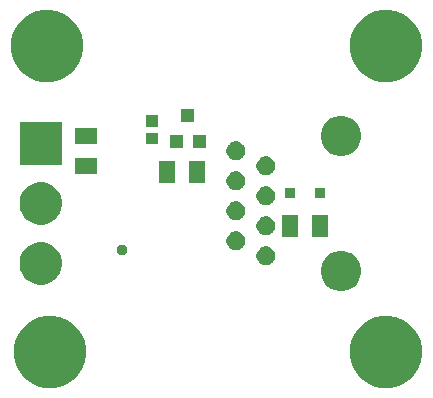
<source format=gbs>
G04 #@! TF.GenerationSoftware,KiCad,Pcbnew,(5.1.6)-1*
G04 #@! TF.CreationDate,2023-04-30T23:27:37+02:00*
G04 #@! TF.ProjectId,connecting-connector-1-wire,636f6e6e-6563-4746-996e-672d636f6e6e,rev?*
G04 #@! TF.SameCoordinates,Original*
G04 #@! TF.FileFunction,Soldermask,Bot*
G04 #@! TF.FilePolarity,Negative*
%FSLAX46Y46*%
G04 Gerber Fmt 4.6, Leading zero omitted, Abs format (unit mm)*
G04 Created by KiCad (PCBNEW (5.1.6)-1) date 2023-04-30 23:27:37*
%MOMM*%
%LPD*%
G01*
G04 APERTURE LIST*
%ADD10C,0.100000*%
G04 APERTURE END LIST*
D10*
G36*
X221869943Y-95364248D02*
G01*
X222425189Y-95594238D01*
X222425190Y-95594239D01*
X222924899Y-95928134D01*
X223349866Y-96353101D01*
X223349867Y-96353103D01*
X223683762Y-96852811D01*
X223913752Y-97408057D01*
X224031000Y-97997501D01*
X224031000Y-98598499D01*
X223913752Y-99187943D01*
X223683762Y-99743189D01*
X223683761Y-99743190D01*
X223349866Y-100242899D01*
X222924899Y-100667866D01*
X222673347Y-100835948D01*
X222425189Y-101001762D01*
X221869943Y-101231752D01*
X221280499Y-101349000D01*
X220679501Y-101349000D01*
X220090057Y-101231752D01*
X219534811Y-101001762D01*
X219286653Y-100835948D01*
X219035101Y-100667866D01*
X218610134Y-100242899D01*
X218276239Y-99743190D01*
X218276238Y-99743189D01*
X218046248Y-99187943D01*
X217929000Y-98598499D01*
X217929000Y-97997501D01*
X218046248Y-97408057D01*
X218276238Y-96852811D01*
X218610133Y-96353103D01*
X218610134Y-96353101D01*
X219035101Y-95928134D01*
X219534810Y-95594239D01*
X219534811Y-95594238D01*
X220090057Y-95364248D01*
X220679501Y-95247000D01*
X221280499Y-95247000D01*
X221869943Y-95364248D01*
G37*
G36*
X193421943Y-95364248D02*
G01*
X193977189Y-95594238D01*
X193977190Y-95594239D01*
X194476899Y-95928134D01*
X194901866Y-96353101D01*
X194901867Y-96353103D01*
X195235762Y-96852811D01*
X195465752Y-97408057D01*
X195583000Y-97997501D01*
X195583000Y-98598499D01*
X195465752Y-99187943D01*
X195235762Y-99743189D01*
X195235761Y-99743190D01*
X194901866Y-100242899D01*
X194476899Y-100667866D01*
X194225347Y-100835948D01*
X193977189Y-101001762D01*
X193421943Y-101231752D01*
X192832499Y-101349000D01*
X192231501Y-101349000D01*
X191642057Y-101231752D01*
X191086811Y-101001762D01*
X190838653Y-100835948D01*
X190587101Y-100667866D01*
X190162134Y-100242899D01*
X189828239Y-99743190D01*
X189828238Y-99743189D01*
X189598248Y-99187943D01*
X189481000Y-98598499D01*
X189481000Y-97997501D01*
X189598248Y-97408057D01*
X189828238Y-96852811D01*
X190162133Y-96353103D01*
X190162134Y-96353101D01*
X190587101Y-95928134D01*
X191086810Y-95594239D01*
X191086811Y-95594238D01*
X191642057Y-95364248D01*
X192231501Y-95247000D01*
X192832499Y-95247000D01*
X193421943Y-95364248D01*
G37*
G36*
X217666162Y-89805368D02*
G01*
X217975724Y-89933593D01*
X218003134Y-89951908D01*
X218254324Y-90119747D01*
X218491253Y-90356676D01*
X218521966Y-90402642D01*
X218677407Y-90635276D01*
X218805632Y-90944838D01*
X218871000Y-91273465D01*
X218871000Y-91608535D01*
X218805632Y-91937162D01*
X218677407Y-92246724D01*
X218677406Y-92246725D01*
X218491253Y-92525324D01*
X218254324Y-92762253D01*
X218068170Y-92886637D01*
X217975724Y-92948407D01*
X217666162Y-93076632D01*
X217337535Y-93142000D01*
X217002465Y-93142000D01*
X216673838Y-93076632D01*
X216364276Y-92948407D01*
X216271830Y-92886637D01*
X216085676Y-92762253D01*
X215848747Y-92525324D01*
X215662594Y-92246725D01*
X215662593Y-92246724D01*
X215534368Y-91937162D01*
X215469000Y-91608535D01*
X215469000Y-91273465D01*
X215534368Y-90944838D01*
X215662593Y-90635276D01*
X215818034Y-90402642D01*
X215848747Y-90356676D01*
X216085676Y-90119747D01*
X216336866Y-89951908D01*
X216364276Y-89933593D01*
X216673838Y-89805368D01*
X217002465Y-89740000D01*
X217337535Y-89740000D01*
X217666162Y-89805368D01*
G37*
G36*
X192295331Y-89073211D02*
G01*
X192623092Y-89208974D01*
X192918070Y-89406072D01*
X193168928Y-89656930D01*
X193366026Y-89951908D01*
X193501789Y-90279669D01*
X193571000Y-90627616D01*
X193571000Y-90982384D01*
X193501789Y-91330331D01*
X193366026Y-91658092D01*
X193168928Y-91953070D01*
X192918070Y-92203928D01*
X192623092Y-92401026D01*
X192295331Y-92536789D01*
X191947384Y-92606000D01*
X191592616Y-92606000D01*
X191244669Y-92536789D01*
X190916908Y-92401026D01*
X190621930Y-92203928D01*
X190371072Y-91953070D01*
X190173974Y-91658092D01*
X190038211Y-91330331D01*
X189969000Y-90982384D01*
X189969000Y-90627616D01*
X190038211Y-90279669D01*
X190173974Y-89951908D01*
X190371072Y-89656930D01*
X190621930Y-89406072D01*
X190916908Y-89208974D01*
X191244669Y-89073211D01*
X191592616Y-89004000D01*
X191947384Y-89004000D01*
X192295331Y-89073211D01*
G37*
G36*
X211053642Y-89398781D02*
G01*
X211173362Y-89448371D01*
X211199416Y-89459163D01*
X211330608Y-89546822D01*
X211442178Y-89658392D01*
X211496706Y-89740000D01*
X211529838Y-89789586D01*
X211590219Y-89935358D01*
X211621000Y-90090107D01*
X211621000Y-90247893D01*
X211590219Y-90402642D01*
X211529838Y-90548414D01*
X211529837Y-90548416D01*
X211442178Y-90679608D01*
X211330608Y-90791178D01*
X211199416Y-90878837D01*
X211199415Y-90878838D01*
X211199414Y-90878838D01*
X211053642Y-90939219D01*
X210898893Y-90970000D01*
X210741107Y-90970000D01*
X210586358Y-90939219D01*
X210440586Y-90878838D01*
X210440585Y-90878838D01*
X210440584Y-90878837D01*
X210309392Y-90791178D01*
X210197822Y-90679608D01*
X210110163Y-90548416D01*
X210110162Y-90548414D01*
X210049781Y-90402642D01*
X210019000Y-90247893D01*
X210019000Y-90090107D01*
X210049781Y-89935358D01*
X210110162Y-89789586D01*
X210143294Y-89740000D01*
X210197822Y-89658392D01*
X210309392Y-89546822D01*
X210440584Y-89459163D01*
X210466638Y-89448371D01*
X210586358Y-89398781D01*
X210741107Y-89368000D01*
X210898893Y-89368000D01*
X211053642Y-89398781D01*
G37*
G36*
X198759552Y-89228331D02*
G01*
X198841627Y-89262328D01*
X198841629Y-89262329D01*
X198878813Y-89287175D01*
X198915495Y-89311685D01*
X198978315Y-89374505D01*
X199027672Y-89448373D01*
X199061669Y-89530448D01*
X199079000Y-89617579D01*
X199079000Y-89706421D01*
X199061669Y-89793552D01*
X199027672Y-89875627D01*
X199027671Y-89875629D01*
X198978314Y-89949496D01*
X198915496Y-90012314D01*
X198841629Y-90061671D01*
X198841628Y-90061672D01*
X198841627Y-90061672D01*
X198759552Y-90095669D01*
X198672421Y-90113000D01*
X198583579Y-90113000D01*
X198496448Y-90095669D01*
X198414373Y-90061672D01*
X198414372Y-90061672D01*
X198414371Y-90061671D01*
X198340504Y-90012314D01*
X198277686Y-89949496D01*
X198228329Y-89875629D01*
X198228328Y-89875627D01*
X198194331Y-89793552D01*
X198177000Y-89706421D01*
X198177000Y-89617579D01*
X198194331Y-89530448D01*
X198228328Y-89448373D01*
X198277685Y-89374505D01*
X198340505Y-89311685D01*
X198377187Y-89287175D01*
X198414371Y-89262329D01*
X198414373Y-89262328D01*
X198496448Y-89228331D01*
X198583579Y-89211000D01*
X198672421Y-89211000D01*
X198759552Y-89228331D01*
G37*
G36*
X208513642Y-88128781D02*
G01*
X208659414Y-88189162D01*
X208659416Y-88189163D01*
X208790608Y-88276822D01*
X208902178Y-88388392D01*
X208909412Y-88399219D01*
X208989838Y-88519586D01*
X209050219Y-88665358D01*
X209081000Y-88820107D01*
X209081000Y-88977893D01*
X209050219Y-89132642D01*
X208989838Y-89278414D01*
X208989837Y-89278416D01*
X208902178Y-89409608D01*
X208790608Y-89521178D01*
X208659416Y-89608837D01*
X208659415Y-89608838D01*
X208659414Y-89608838D01*
X208513642Y-89669219D01*
X208358893Y-89700000D01*
X208201107Y-89700000D01*
X208046358Y-89669219D01*
X207900586Y-89608838D01*
X207900585Y-89608838D01*
X207900584Y-89608837D01*
X207769392Y-89521178D01*
X207657822Y-89409608D01*
X207570163Y-89278416D01*
X207570162Y-89278414D01*
X207509781Y-89132642D01*
X207479000Y-88977893D01*
X207479000Y-88820107D01*
X207509781Y-88665358D01*
X207570162Y-88519586D01*
X207650588Y-88399219D01*
X207657822Y-88388392D01*
X207769392Y-88276822D01*
X207900584Y-88189163D01*
X207900586Y-88189162D01*
X208046358Y-88128781D01*
X208201107Y-88098000D01*
X208358893Y-88098000D01*
X208513642Y-88128781D01*
G37*
G36*
X216093000Y-88581000D02*
G01*
X214691000Y-88581000D01*
X214691000Y-86679000D01*
X216093000Y-86679000D01*
X216093000Y-88581000D01*
G37*
G36*
X213553000Y-88581000D02*
G01*
X212151000Y-88581000D01*
X212151000Y-86679000D01*
X213553000Y-86679000D01*
X213553000Y-88581000D01*
G37*
G36*
X211053642Y-86858781D02*
G01*
X211199414Y-86919162D01*
X211199416Y-86919163D01*
X211330608Y-87006822D01*
X211442178Y-87118392D01*
X211449412Y-87129219D01*
X211529838Y-87249586D01*
X211590219Y-87395358D01*
X211621000Y-87550107D01*
X211621000Y-87707893D01*
X211590219Y-87862642D01*
X211529838Y-88008414D01*
X211529837Y-88008416D01*
X211442178Y-88139608D01*
X211330608Y-88251178D01*
X211199416Y-88338837D01*
X211199415Y-88338838D01*
X211199414Y-88338838D01*
X211053642Y-88399219D01*
X210898893Y-88430000D01*
X210741107Y-88430000D01*
X210586358Y-88399219D01*
X210440586Y-88338838D01*
X210440585Y-88338838D01*
X210440584Y-88338837D01*
X210309392Y-88251178D01*
X210197822Y-88139608D01*
X210110163Y-88008416D01*
X210110162Y-88008414D01*
X210049781Y-87862642D01*
X210019000Y-87707893D01*
X210019000Y-87550107D01*
X210049781Y-87395358D01*
X210110162Y-87249586D01*
X210190588Y-87129219D01*
X210197822Y-87118392D01*
X210309392Y-87006822D01*
X210440584Y-86919163D01*
X210440586Y-86919162D01*
X210586358Y-86858781D01*
X210741107Y-86828000D01*
X210898893Y-86828000D01*
X211053642Y-86858781D01*
G37*
G36*
X192295331Y-83993211D02*
G01*
X192623092Y-84128974D01*
X192918070Y-84326072D01*
X193168928Y-84576930D01*
X193366026Y-84871908D01*
X193501789Y-85199669D01*
X193571000Y-85547616D01*
X193571000Y-85902384D01*
X193501789Y-86250331D01*
X193366026Y-86578092D01*
X193168928Y-86873070D01*
X192918070Y-87123928D01*
X192623092Y-87321026D01*
X192295331Y-87456789D01*
X191947384Y-87526000D01*
X191592616Y-87526000D01*
X191244669Y-87456789D01*
X190916908Y-87321026D01*
X190621930Y-87123928D01*
X190371072Y-86873070D01*
X190173974Y-86578092D01*
X190038211Y-86250331D01*
X189969000Y-85902384D01*
X189969000Y-85547616D01*
X190038211Y-85199669D01*
X190173974Y-84871908D01*
X190371072Y-84576930D01*
X190621930Y-84326072D01*
X190916908Y-84128974D01*
X191244669Y-83993211D01*
X191592616Y-83924000D01*
X191947384Y-83924000D01*
X192295331Y-83993211D01*
G37*
G36*
X208513642Y-85588781D02*
G01*
X208659414Y-85649162D01*
X208659416Y-85649163D01*
X208790608Y-85736822D01*
X208902178Y-85848392D01*
X208989837Y-85979584D01*
X208989838Y-85979586D01*
X209050219Y-86125358D01*
X209081000Y-86280107D01*
X209081000Y-86437893D01*
X209050219Y-86592642D01*
X209014448Y-86679000D01*
X208989837Y-86738416D01*
X208902178Y-86869608D01*
X208790608Y-86981178D01*
X208659416Y-87068837D01*
X208659415Y-87068838D01*
X208659414Y-87068838D01*
X208513642Y-87129219D01*
X208358893Y-87160000D01*
X208201107Y-87160000D01*
X208046358Y-87129219D01*
X207900586Y-87068838D01*
X207900585Y-87068838D01*
X207900584Y-87068837D01*
X207769392Y-86981178D01*
X207657822Y-86869608D01*
X207570163Y-86738416D01*
X207545552Y-86679000D01*
X207509781Y-86592642D01*
X207479000Y-86437893D01*
X207479000Y-86280107D01*
X207509781Y-86125358D01*
X207570162Y-85979586D01*
X207570163Y-85979584D01*
X207657822Y-85848392D01*
X207769392Y-85736822D01*
X207900584Y-85649163D01*
X207900586Y-85649162D01*
X208046358Y-85588781D01*
X208201107Y-85558000D01*
X208358893Y-85558000D01*
X208513642Y-85588781D01*
G37*
G36*
X211053642Y-84318781D02*
G01*
X211199414Y-84379162D01*
X211199416Y-84379163D01*
X211330608Y-84466822D01*
X211442178Y-84578392D01*
X211449412Y-84589219D01*
X211529838Y-84709586D01*
X211590219Y-84855358D01*
X211621000Y-85010107D01*
X211621000Y-85167893D01*
X211590219Y-85322642D01*
X211529838Y-85468414D01*
X211529837Y-85468416D01*
X211442178Y-85599608D01*
X211330608Y-85711178D01*
X211199416Y-85798837D01*
X211199415Y-85798838D01*
X211199414Y-85798838D01*
X211053642Y-85859219D01*
X210898893Y-85890000D01*
X210741107Y-85890000D01*
X210586358Y-85859219D01*
X210440586Y-85798838D01*
X210440585Y-85798838D01*
X210440584Y-85798837D01*
X210309392Y-85711178D01*
X210197822Y-85599608D01*
X210110163Y-85468416D01*
X210110162Y-85468414D01*
X210049781Y-85322642D01*
X210019000Y-85167893D01*
X210019000Y-85010107D01*
X210049781Y-84855358D01*
X210110162Y-84709586D01*
X210190588Y-84589219D01*
X210197822Y-84578392D01*
X210309392Y-84466822D01*
X210440584Y-84379163D01*
X210440586Y-84379162D01*
X210586358Y-84318781D01*
X210741107Y-84288000D01*
X210898893Y-84288000D01*
X211053642Y-84318781D01*
G37*
G36*
X213303000Y-85287000D02*
G01*
X212401000Y-85287000D01*
X212401000Y-84385000D01*
X213303000Y-84385000D01*
X213303000Y-85287000D01*
G37*
G36*
X215843000Y-85287000D02*
G01*
X214941000Y-85287000D01*
X214941000Y-84385000D01*
X215843000Y-84385000D01*
X215843000Y-85287000D01*
G37*
G36*
X208513642Y-83048781D02*
G01*
X208659414Y-83109162D01*
X208659416Y-83109163D01*
X208790608Y-83196822D01*
X208902178Y-83308392D01*
X208909412Y-83319219D01*
X208989838Y-83439586D01*
X209050219Y-83585358D01*
X209081000Y-83740107D01*
X209081000Y-83897893D01*
X209050219Y-84052642D01*
X208989838Y-84198414D01*
X208989837Y-84198416D01*
X208902178Y-84329608D01*
X208790608Y-84441178D01*
X208659416Y-84528837D01*
X208659415Y-84528838D01*
X208659414Y-84528838D01*
X208513642Y-84589219D01*
X208358893Y-84620000D01*
X208201107Y-84620000D01*
X208046358Y-84589219D01*
X207900586Y-84528838D01*
X207900585Y-84528838D01*
X207900584Y-84528837D01*
X207769392Y-84441178D01*
X207657822Y-84329608D01*
X207570163Y-84198416D01*
X207570162Y-84198414D01*
X207509781Y-84052642D01*
X207479000Y-83897893D01*
X207479000Y-83740107D01*
X207509781Y-83585358D01*
X207570162Y-83439586D01*
X207650588Y-83319219D01*
X207657822Y-83308392D01*
X207769392Y-83196822D01*
X207900584Y-83109163D01*
X207900586Y-83109162D01*
X208046358Y-83048781D01*
X208201107Y-83018000D01*
X208358893Y-83018000D01*
X208513642Y-83048781D01*
G37*
G36*
X203139000Y-84009000D02*
G01*
X201737000Y-84009000D01*
X201737000Y-82107000D01*
X203139000Y-82107000D01*
X203139000Y-84009000D01*
G37*
G36*
X205679000Y-84009000D02*
G01*
X204277000Y-84009000D01*
X204277000Y-82107000D01*
X205679000Y-82107000D01*
X205679000Y-84009000D01*
G37*
G36*
X211053642Y-81778781D02*
G01*
X211199414Y-81839162D01*
X211199416Y-81839163D01*
X211330608Y-81926822D01*
X211442178Y-82038392D01*
X211449412Y-82049219D01*
X211529838Y-82169586D01*
X211590219Y-82315358D01*
X211621000Y-82470107D01*
X211621000Y-82627893D01*
X211590219Y-82782642D01*
X211529838Y-82928414D01*
X211529837Y-82928416D01*
X211442178Y-83059608D01*
X211330608Y-83171178D01*
X211199416Y-83258837D01*
X211199415Y-83258838D01*
X211199414Y-83258838D01*
X211053642Y-83319219D01*
X210898893Y-83350000D01*
X210741107Y-83350000D01*
X210586358Y-83319219D01*
X210440586Y-83258838D01*
X210440585Y-83258838D01*
X210440584Y-83258837D01*
X210309392Y-83171178D01*
X210197822Y-83059608D01*
X210110163Y-82928416D01*
X210110162Y-82928414D01*
X210049781Y-82782642D01*
X210019000Y-82627893D01*
X210019000Y-82470107D01*
X210049781Y-82315358D01*
X210110162Y-82169586D01*
X210190588Y-82049219D01*
X210197822Y-82038392D01*
X210309392Y-81926822D01*
X210440584Y-81839163D01*
X210440586Y-81839162D01*
X210586358Y-81778781D01*
X210741107Y-81748000D01*
X210898893Y-81748000D01*
X211053642Y-81778781D01*
G37*
G36*
X196531000Y-83251000D02*
G01*
X194629000Y-83251000D01*
X194629000Y-81849000D01*
X196531000Y-81849000D01*
X196531000Y-83251000D01*
G37*
G36*
X193571000Y-82446000D02*
G01*
X189969000Y-82446000D01*
X189969000Y-78844000D01*
X193571000Y-78844000D01*
X193571000Y-82446000D01*
G37*
G36*
X208513642Y-80508781D02*
G01*
X208659414Y-80569162D01*
X208659416Y-80569163D01*
X208790608Y-80656822D01*
X208902178Y-80768392D01*
X208933136Y-80814725D01*
X208989838Y-80899586D01*
X209050219Y-81045358D01*
X209081000Y-81200107D01*
X209081000Y-81357893D01*
X209050219Y-81512642D01*
X209048659Y-81516407D01*
X208989837Y-81658416D01*
X208902178Y-81789608D01*
X208790608Y-81901178D01*
X208659416Y-81988837D01*
X208659415Y-81988838D01*
X208659414Y-81988838D01*
X208513642Y-82049219D01*
X208358893Y-82080000D01*
X208201107Y-82080000D01*
X208046358Y-82049219D01*
X207900586Y-81988838D01*
X207900585Y-81988838D01*
X207900584Y-81988837D01*
X207769392Y-81901178D01*
X207657822Y-81789608D01*
X207570163Y-81658416D01*
X207511341Y-81516407D01*
X207509781Y-81512642D01*
X207479000Y-81357893D01*
X207479000Y-81200107D01*
X207509781Y-81045358D01*
X207570162Y-80899586D01*
X207626864Y-80814725D01*
X207657822Y-80768392D01*
X207769392Y-80656822D01*
X207900584Y-80569163D01*
X207900586Y-80569162D01*
X208046358Y-80508781D01*
X208201107Y-80478000D01*
X208358893Y-80478000D01*
X208513642Y-80508781D01*
G37*
G36*
X217666162Y-78373368D02*
G01*
X217975724Y-78501593D01*
X217975725Y-78501594D01*
X218254324Y-78687747D01*
X218491253Y-78924676D01*
X218615637Y-79110830D01*
X218677407Y-79203276D01*
X218805632Y-79512838D01*
X218871000Y-79841465D01*
X218871000Y-80176535D01*
X218805632Y-80505162D01*
X218677407Y-80814724D01*
X218677406Y-80814725D01*
X218491253Y-81093324D01*
X218254324Y-81330253D01*
X218068170Y-81454637D01*
X217975724Y-81516407D01*
X217666162Y-81644632D01*
X217337535Y-81710000D01*
X217002465Y-81710000D01*
X216673838Y-81644632D01*
X216364276Y-81516407D01*
X216271830Y-81454637D01*
X216085676Y-81330253D01*
X215848747Y-81093324D01*
X215662594Y-80814725D01*
X215662593Y-80814724D01*
X215534368Y-80505162D01*
X215469000Y-80176535D01*
X215469000Y-79841465D01*
X215534368Y-79512838D01*
X215662593Y-79203276D01*
X215724363Y-79110830D01*
X215848747Y-78924676D01*
X216085676Y-78687747D01*
X216364275Y-78501594D01*
X216364276Y-78501593D01*
X216673838Y-78373368D01*
X217002465Y-78308000D01*
X217337535Y-78308000D01*
X217666162Y-78373368D01*
G37*
G36*
X205717000Y-81053000D02*
G01*
X204615000Y-81053000D01*
X204615000Y-79951000D01*
X205717000Y-79951000D01*
X205717000Y-81053000D01*
G37*
G36*
X203817000Y-81053000D02*
G01*
X202715000Y-81053000D01*
X202715000Y-79951000D01*
X203817000Y-79951000D01*
X203817000Y-81053000D01*
G37*
G36*
X201669000Y-80728000D02*
G01*
X200667000Y-80728000D01*
X200667000Y-79726000D01*
X201669000Y-79726000D01*
X201669000Y-80728000D01*
G37*
G36*
X196531000Y-80711000D02*
G01*
X194629000Y-80711000D01*
X194629000Y-79309000D01*
X196531000Y-79309000D01*
X196531000Y-80711000D01*
G37*
G36*
X201669000Y-79278000D02*
G01*
X200667000Y-79278000D01*
X200667000Y-78276000D01*
X201669000Y-78276000D01*
X201669000Y-79278000D01*
G37*
G36*
X204767000Y-78853000D02*
G01*
X203665000Y-78853000D01*
X203665000Y-77751000D01*
X204767000Y-77751000D01*
X204767000Y-78853000D01*
G37*
G36*
X193167943Y-69456248D02*
G01*
X193723189Y-69686238D01*
X193723190Y-69686239D01*
X194222899Y-70020134D01*
X194647866Y-70445101D01*
X194647867Y-70445103D01*
X194981762Y-70944811D01*
X195211752Y-71500057D01*
X195329000Y-72089501D01*
X195329000Y-72690499D01*
X195211752Y-73279943D01*
X194981762Y-73835189D01*
X194981761Y-73835190D01*
X194647866Y-74334899D01*
X194222899Y-74759866D01*
X193971347Y-74927948D01*
X193723189Y-75093762D01*
X193167943Y-75323752D01*
X192578499Y-75441000D01*
X191977501Y-75441000D01*
X191388057Y-75323752D01*
X190832811Y-75093762D01*
X190584653Y-74927948D01*
X190333101Y-74759866D01*
X189908134Y-74334899D01*
X189574239Y-73835190D01*
X189574238Y-73835189D01*
X189344248Y-73279943D01*
X189227000Y-72690499D01*
X189227000Y-72089501D01*
X189344248Y-71500057D01*
X189574238Y-70944811D01*
X189908133Y-70445103D01*
X189908134Y-70445101D01*
X190333101Y-70020134D01*
X190832810Y-69686239D01*
X190832811Y-69686238D01*
X191388057Y-69456248D01*
X191977501Y-69339000D01*
X192578499Y-69339000D01*
X193167943Y-69456248D01*
G37*
G36*
X221869943Y-69456248D02*
G01*
X222425189Y-69686238D01*
X222425190Y-69686239D01*
X222924899Y-70020134D01*
X223349866Y-70445101D01*
X223349867Y-70445103D01*
X223683762Y-70944811D01*
X223913752Y-71500057D01*
X224031000Y-72089501D01*
X224031000Y-72690499D01*
X223913752Y-73279943D01*
X223683762Y-73835189D01*
X223683761Y-73835190D01*
X223349866Y-74334899D01*
X222924899Y-74759866D01*
X222673347Y-74927948D01*
X222425189Y-75093762D01*
X221869943Y-75323752D01*
X221280499Y-75441000D01*
X220679501Y-75441000D01*
X220090057Y-75323752D01*
X219534811Y-75093762D01*
X219286653Y-74927948D01*
X219035101Y-74759866D01*
X218610134Y-74334899D01*
X218276239Y-73835190D01*
X218276238Y-73835189D01*
X218046248Y-73279943D01*
X217929000Y-72690499D01*
X217929000Y-72089501D01*
X218046248Y-71500057D01*
X218276238Y-70944811D01*
X218610133Y-70445103D01*
X218610134Y-70445101D01*
X219035101Y-70020134D01*
X219534810Y-69686239D01*
X219534811Y-69686238D01*
X220090057Y-69456248D01*
X220679501Y-69339000D01*
X221280499Y-69339000D01*
X221869943Y-69456248D01*
G37*
M02*

</source>
